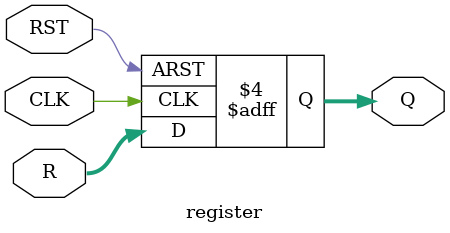
<source format=v>
`timescale 1ns / 1ps

module register(
    input  [7:0]     R,
    input            RST,
    input            CLK,
    output reg [7:0] Q = 0
);


always@(posedge CLK or negedge RST)
begin
    if(!RST)
        Q <= 0;
    else
        Q <= R;
end
endmodule
</source>
